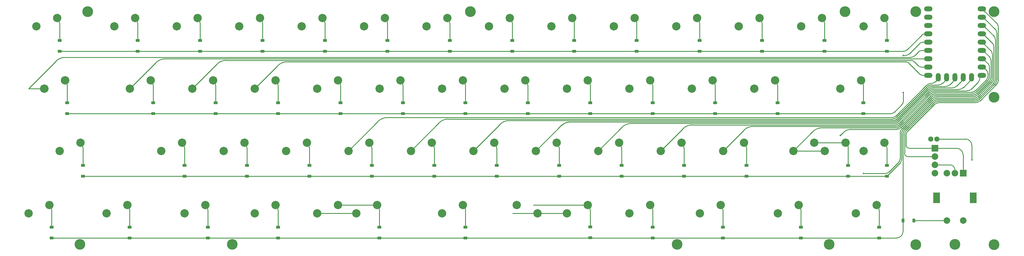
<source format=gbr>
%TF.GenerationSoftware,KiCad,Pcbnew,9.0.2*%
%TF.CreationDate,2025-07-09T23:02:58+05:30*%
%TF.ProjectId,comfort40pcb,636f6d66-6f72-4743-9430-7063622e6b69,rev?*%
%TF.SameCoordinates,Original*%
%TF.FileFunction,Copper,L2,Bot*%
%TF.FilePolarity,Positive*%
%FSLAX46Y46*%
G04 Gerber Fmt 4.6, Leading zero omitted, Abs format (unit mm)*
G04 Created by KiCad (PCBNEW 9.0.2) date 2025-07-09 23:02:58*
%MOMM*%
%LPD*%
G01*
G04 APERTURE LIST*
G04 Aperture macros list*
%AMRoundRect*
0 Rectangle with rounded corners*
0 $1 Rounding radius*
0 $2 $3 $4 $5 $6 $7 $8 $9 X,Y pos of 4 corners*
0 Add a 4 corners polygon primitive as box body*
4,1,4,$2,$3,$4,$5,$6,$7,$8,$9,$2,$3,0*
0 Add four circle primitives for the rounded corners*
1,1,$1+$1,$2,$3*
1,1,$1+$1,$4,$5*
1,1,$1+$1,$6,$7*
1,1,$1+$1,$8,$9*
0 Add four rect primitives between the rounded corners*
20,1,$1+$1,$2,$3,$4,$5,0*
20,1,$1+$1,$4,$5,$6,$7,0*
20,1,$1+$1,$6,$7,$8,$9,0*
20,1,$1+$1,$8,$9,$2,$3,0*%
G04 Aperture macros list end*
%TA.AperFunction,ComponentPad*%
%ADD10C,2.540000*%
%TD*%
%TA.AperFunction,ComponentPad*%
%ADD11C,3.250000*%
%TD*%
%TA.AperFunction,ComponentPad*%
%ADD12C,3.300000*%
%TD*%
%TA.AperFunction,ComponentPad*%
%ADD13O,2.600000X1.500000*%
%TD*%
%TA.AperFunction,ComponentPad*%
%ADD14O,1.500000X2.600000*%
%TD*%
%TA.AperFunction,ComponentPad*%
%ADD15R,2.000000X2.000000*%
%TD*%
%TA.AperFunction,ComponentPad*%
%ADD16C,2.000000*%
%TD*%
%TA.AperFunction,ComponentPad*%
%ADD17C,1.600000*%
%TD*%
%TA.AperFunction,ComponentPad*%
%ADD18R,2.000000X3.200000*%
%TD*%
%TA.AperFunction,SMDPad,CuDef*%
%ADD19RoundRect,0.225000X0.375000X-0.225000X0.375000X0.225000X-0.375000X0.225000X-0.375000X-0.225000X0*%
%TD*%
%TA.AperFunction,SMDPad,CuDef*%
%ADD20RoundRect,0.225000X-0.225000X-0.375000X0.225000X-0.375000X0.225000X0.375000X-0.225000X0.375000X0*%
%TD*%
%TA.AperFunction,ViaPad*%
%ADD21C,0.500000*%
%TD*%
%TA.AperFunction,Conductor*%
%ADD22C,0.250000*%
%TD*%
G04 APERTURE END LIST*
D10*
%TO.P,SW15,1,Col*%
%TO.N,Net-(D15-A)*%
X94350000Y-84296250D03*
%TO.P,SW15,2,Row*%
%TO.N,COL0*%
X88000000Y-86836250D03*
%TD*%
D11*
%TO.P,,*%
%TO.N,*%
X98896119Y-134476257D03*
%TD*%
D12*
%TO.P,,*%
%TO.N,*%
X377758619Y-89478093D03*
%TD*%
D10*
%TO.P,SW26,1,Col*%
%TO.N,Net-(D26-A)*%
X310991250Y-84296250D03*
%TO.P,SW26,2,Row*%
%TO.N,COL11*%
X304641250Y-86836250D03*
%TD*%
%TO.P,SW8,1,Col*%
%TO.N,Net-(D8-A)*%
X230028750Y-65246250D03*
%TO.P,SW8,2,Row*%
%TO.N,COL7*%
X223678750Y-67786250D03*
%TD*%
D13*
%TO.P,U1,1,1*%
%TO.N,ENC_CW*%
X373994150Y-62520000D03*
%TO.P,U1,2,2*%
%TO.N,ROW3*%
X373994150Y-65060000D03*
%TO.P,U1,3,3*%
%TO.N,ROW2*%
X373994150Y-67600000D03*
%TO.P,U1,4,4*%
%TO.N,COL13*%
X373994150Y-70140000D03*
%TO.P,U1,5,5*%
%TO.N,COL12*%
X373994150Y-72680000D03*
%TO.P,U1,6,6*%
%TO.N,COL11*%
X373994150Y-75220000D03*
%TO.P,U1,7,7*%
%TO.N,COL10*%
X373994150Y-77760000D03*
%TO.P,U1,8,8*%
%TO.N,COL9*%
X373994150Y-80300000D03*
%TO.P,U1,9,9*%
%TO.N,COL8*%
X373994150Y-82840000D03*
D14*
%TO.P,U1,10,10*%
%TO.N,COL7*%
X370904150Y-83390000D03*
%TO.P,U1,11,11*%
%TO.N,COL6*%
X368364150Y-83390000D03*
%TO.P,U1,12,12*%
%TO.N,COL5*%
X365824150Y-83390000D03*
%TO.P,U1,13,13*%
%TO.N,COL4*%
X363284150Y-83390000D03*
%TO.P,U1,14,14*%
%TO.N,COL3*%
X360744150Y-83390000D03*
D13*
%TO.P,U1,15,15*%
%TO.N,COL2*%
X357654150Y-82840000D03*
%TO.P,U1,16*%
%TO.N,N/C*%
X357654150Y-80300000D03*
%TO.P,U1,17*%
X357654150Y-77760000D03*
%TO.P,U1,18*%
X357654150Y-75220000D03*
%TO.P,U1,19*%
X357654150Y-72680000D03*
%TO.P,U1,20*%
X357654150Y-70140000D03*
%TO.P,U1,21*%
X357654150Y-67600000D03*
%TO.P,U1,22*%
X357654150Y-65060000D03*
%TO.P,U1,23*%
X357654150Y-62520000D03*
%TD*%
D10*
%TO.P,SW34,1,Col*%
%TO.N,Net-(D34-A)*%
X225266250Y-103346250D03*
%TO.P,SW34,2,Row*%
%TO.N,COL6*%
X218916250Y-105886250D03*
%TD*%
D12*
%TO.P,,*%
%TO.N,*%
X217958619Y-63326251D03*
%TD*%
D10*
%TO.P,SW37,1,Col*%
%TO.N,Net-(D37-A)*%
X282416250Y-103346250D03*
%TO.P,SW37,2,Row*%
%TO.N,COL9*%
X276066250Y-105886250D03*
%TD*%
%TO.P,SW54,1,Col*%
%TO.N,Net-(D46-A)*%
X232092500Y-122396250D03*
%TO.P,SW54,2,Row*%
%TO.N,COL8*%
X238442500Y-124936250D03*
%TD*%
%TO.P,SW20,1,Col*%
%TO.N,Net-(D20-A)*%
X196691250Y-84296250D03*
%TO.P,SW20,2,Row*%
%TO.N,COL5*%
X190341250Y-86836250D03*
%TD*%
%TO.P,SW6,1,Col*%
%TO.N,Net-(D6-A)*%
X191928750Y-65246250D03*
%TO.P,SW6,2,Row*%
%TO.N,COL5*%
X185578750Y-67786250D03*
%TD*%
%TO.P,SW12,1,Col*%
%TO.N,Net-(D12-A)*%
X306228750Y-65246250D03*
%TO.P,SW12,2,Row*%
%TO.N,COL11*%
X299878750Y-67786250D03*
%TD*%
%TO.P,SW36,1,Col*%
%TO.N,Net-(D36-A)*%
X263366250Y-103346250D03*
%TO.P,SW36,2,Row*%
%TO.N,COL8*%
X257016250Y-105886250D03*
%TD*%
D12*
%TO.P,,*%
%TO.N,*%
X353864619Y-63301251D03*
%TD*%
D10*
%TO.P,SW47,1,Col*%
%TO.N,Net-(D48-A)*%
X189547500Y-122396250D03*
%TO.P,SW47,2,Row*%
%TO.N,COL4*%
X183197500Y-124936250D03*
%TD*%
%TO.P,SW46,1,Col*%
%TO.N,Net-(D48-A)*%
X177641250Y-122396250D03*
%TO.P,SW46,2,Row*%
%TO.N,COL4*%
X171291250Y-124936250D03*
%TD*%
D15*
%TO.P,SW3,A*%
%TO.N,ENC_CCW*%
X359698250Y-105090000D03*
D16*
%TO.P,SW3,B*%
%TO.N,ENC_CW*%
X359698250Y-107630000D03*
%TO.P,SW3,C*%
%TO.N,GND*%
X359698250Y-110170000D03*
%TO.P,SW3,D*%
%TO.N,N/C*%
X359698250Y-112710000D03*
D17*
%TO.P,SW3,S1*%
%TO.N,Net-(D40-A)*%
X358473250Y-102250000D03*
%TO.P,SW3,S2*%
%TO.N,COL12*%
X360323250Y-102250000D03*
%TD*%
D10*
%TO.P,SW24,1,Col*%
%TO.N,Net-(D24-A)*%
X272891250Y-84296250D03*
%TO.P,SW24,2,Row*%
%TO.N,COL9*%
X266541250Y-86836250D03*
%TD*%
D12*
%TO.P,MP,*%
%TO.N,*%
X365824119Y-134476253D03*
%TD*%
D10*
%TO.P,SW27,1,Col*%
%TO.N,Net-(D27-A)*%
X337185000Y-84296250D03*
%TO.P,SW27,2,Row*%
%TO.N,COL12*%
X330835000Y-86836250D03*
%TD*%
%TO.P,SW7,1,Col*%
%TO.N,Net-(D7-A)*%
X210978750Y-65246250D03*
%TO.P,SW7,2,Row*%
%TO.N,COL6*%
X204628750Y-67786250D03*
%TD*%
%TO.P,SW9,1,Col*%
%TO.N,Net-(D9-A)*%
X249078750Y-65246250D03*
%TO.P,SW9,2,Row*%
%TO.N,COL8*%
X242728750Y-67786250D03*
%TD*%
%TO.P,SW39,1,Col*%
%TO.N,Net-(D39-A)*%
X322897500Y-103346250D03*
%TO.P,SW39,2,Row*%
%TO.N,COL11*%
X316547500Y-105886250D03*
%TD*%
%TO.P,SW32,1,Col*%
%TO.N,Net-(D32-A)*%
X187166250Y-103346250D03*
%TO.P,SW32,2,Row*%
%TO.N,COL4*%
X180816250Y-105886250D03*
%TD*%
%TO.P,SW30,1,Col*%
%TO.N,Net-(D30-A)*%
X149066250Y-103346250D03*
%TO.P,SW30,2,Row*%
%TO.N,COL2*%
X142716250Y-105886250D03*
%TD*%
D15*
%TO.P,SW55,A,A*%
%TO.N,ENC_CCW*%
X368324150Y-112710000D03*
D16*
%TO.P,SW55,B,B*%
%TO.N,ENC_CW*%
X363324150Y-112710000D03*
%TO.P,SW55,C,C*%
%TO.N,GND*%
X365824150Y-112710000D03*
D18*
%TO.P,SW55,MP*%
%TO.N,N/C*%
X371424150Y-120210000D03*
X360224150Y-120210000D03*
D16*
%TO.P,SW55,S1,S1*%
%TO.N,Net-(D40-A)*%
X363324150Y-127210000D03*
%TO.P,SW55,S2,S2*%
%TO.N,COL12*%
X368324150Y-127210000D03*
%TD*%
D10*
%TO.P,SW16,1,Col*%
%TO.N,Net-(D16-A)*%
X120491250Y-84296250D03*
%TO.P,SW16,2,Row*%
%TO.N,COL1*%
X114141250Y-86836250D03*
%TD*%
%TO.P,SW29,1,Col*%
%TO.N,Net-(D29-A)*%
X130016250Y-103346250D03*
%TO.P,SW29,2,Row*%
%TO.N,COL1*%
X123666250Y-105886250D03*
%TD*%
D11*
%TO.P,,*%
%TO.N,*%
X281062369Y-134476257D03*
%TD*%
D10*
%TO.P,SW23,1,Col*%
%TO.N,Net-(D23-A)*%
X253841250Y-84296250D03*
%TO.P,SW23,2,Row*%
%TO.N,COL8*%
X247491250Y-86836250D03*
%TD*%
D12*
%TO.P,,*%
%TO.N,*%
X101267974Y-63326251D03*
%TD*%
D10*
%TO.P,SW45,1,Col*%
%TO.N,Net-(D49-A)*%
X158591250Y-122396250D03*
%TO.P,SW45,2,Row*%
%TO.N,COL3*%
X152241250Y-124936250D03*
%TD*%
D12*
%TO.P,,*%
%TO.N,*%
X377783619Y-134501255D03*
%TD*%
%TO.P,,*%
%TO.N,*%
X377783619Y-63301251D03*
%TD*%
%TO.P,,*%
%TO.N,*%
X332258619Y-63326249D03*
%TD*%
D10*
%TO.P,SW14,1,Col*%
%TO.N,Net-(D14-A)*%
X344328750Y-65246250D03*
%TO.P,SW14,2,Row*%
%TO.N,COL13*%
X337978750Y-67786250D03*
%TD*%
%TO.P,SW22,1,Col*%
%TO.N,Net-(D22-A)*%
X234791250Y-84296250D03*
%TO.P,SW22,2,Row*%
%TO.N,COL7*%
X228441250Y-86836250D03*
%TD*%
%TO.P,SW52,1,Col*%
%TO.N,Net-(D43-A)*%
X318135000Y-122396250D03*
%TO.P,SW52,2,Row*%
%TO.N,COL11*%
X311785000Y-124936250D03*
%TD*%
%TO.P,SW18,1,Col*%
%TO.N,Net-(D18-A)*%
X158591250Y-84296250D03*
%TO.P,SW18,2,Row*%
%TO.N,COL3*%
X152241250Y-86836250D03*
%TD*%
%TO.P,SW17,1,Col*%
%TO.N,Net-(D17-A)*%
X139541250Y-84296250D03*
%TO.P,SW17,2,Row*%
%TO.N,COL2*%
X133191250Y-86836250D03*
%TD*%
D12*
%TO.P,,*%
%TO.N,*%
X353864619Y-134501253D03*
%TD*%
D10*
%TO.P,SW40,1,Col*%
%TO.N,Net-(D39-A)*%
X332422500Y-103346250D03*
%TO.P,SW40,2,Row*%
%TO.N,COL11*%
X326072500Y-105886250D03*
%TD*%
%TO.P,SW5,1,Col*%
%TO.N,Net-(D5-A)*%
X172878750Y-65246250D03*
%TO.P,SW5,2,Row*%
%TO.N,COL4*%
X166528750Y-67786250D03*
%TD*%
%TO.P,SW2,1,Col*%
%TO.N,Net-(D2-A)*%
X115728750Y-65246250D03*
%TO.P,SW2,2,Row*%
%TO.N,COL1*%
X109378750Y-67786250D03*
%TD*%
%TO.P,SW31,1,Col*%
%TO.N,Net-(D31-A)*%
X168116250Y-103346250D03*
%TO.P,SW31,2,Row*%
%TO.N,COL3*%
X161766250Y-105886250D03*
%TD*%
D11*
%TO.P,,*%
%TO.N,*%
X145329869Y-134476257D03*
%TD*%
D10*
%TO.P,SW19,1,Col*%
%TO.N,Net-(D19-A)*%
X177641250Y-84296250D03*
%TO.P,SW19,2,Row*%
%TO.N,COL4*%
X171291250Y-86836250D03*
%TD*%
%TO.P,SW49,1,Col*%
%TO.N,Net-(D46-A)*%
X253841250Y-122396250D03*
%TO.P,SW49,2,Row*%
%TO.N,COL8*%
X247491250Y-124936250D03*
%TD*%
%TO.P,SW50,1,Col*%
%TO.N,Net-(D45-A)*%
X272891250Y-122396250D03*
%TO.P,SW50,2,Row*%
%TO.N,COL9*%
X266541250Y-124936250D03*
%TD*%
%TO.P,SW28,1,Col*%
%TO.N,Net-(D28-A)*%
X99060000Y-103346250D03*
%TO.P,SW28,2,Row*%
%TO.N,COL0*%
X92710000Y-105886250D03*
%TD*%
%TO.P,SW51,1,Col*%
%TO.N,Net-(D44-A)*%
X294322500Y-122396250D03*
%TO.P,SW51,2,Row*%
%TO.N,COL10*%
X287972500Y-124936250D03*
%TD*%
%TO.P,SW48,1,Col*%
%TO.N,Net-(D47-A)*%
X215741250Y-122396250D03*
%TO.P,SW48,2,Row*%
%TO.N,COL6*%
X209391250Y-124936250D03*
%TD*%
%TO.P,SW10,1,Col*%
%TO.N,Net-(D10-A)*%
X268128750Y-65246250D03*
%TO.P,SW10,2,Row*%
%TO.N,COL9*%
X261778750Y-67786250D03*
%TD*%
%TO.P,SW3,1,Col*%
%TO.N,Net-(D3-A)*%
X134778750Y-65246250D03*
%TO.P,SW3,2,Row*%
%TO.N,COL2*%
X128428750Y-67786250D03*
%TD*%
%TO.P,SW44,1,Col*%
%TO.N,Net-(D50-A)*%
X137160000Y-122396250D03*
%TO.P,SW44,2,Row*%
%TO.N,COL2*%
X130810000Y-124936250D03*
%TD*%
%TO.P,SW42,1,Col*%
%TO.N,Net-(D52-A)*%
X89535000Y-122396250D03*
%TO.P,SW42,2,Row*%
%TO.N,COL0*%
X83185000Y-124936250D03*
%TD*%
%TO.P,SW11,1,Col*%
%TO.N,Net-(D11-A)*%
X287178750Y-65246250D03*
%TO.P,SW11,2,Row*%
%TO.N,COL10*%
X280828750Y-67786250D03*
%TD*%
%TO.P,SW13,1,Col*%
%TO.N,Net-(D13-A)*%
X325278750Y-65246250D03*
%TO.P,SW13,2,Row*%
%TO.N,COL12*%
X318928750Y-67786250D03*
%TD*%
%TO.P,SW1,1,Col*%
%TO.N,Net-(D1-A)*%
X91916250Y-65246250D03*
%TO.P,SW1,2,Row*%
%TO.N,COL0*%
X85566250Y-67786250D03*
%TD*%
%TO.P,SW55,1*%
%TO.N,Net-(D15-A)*%
X94297500Y-84296250D03*
%TO.P,SW55,2*%
%TO.N,COL0*%
X87947500Y-86836250D03*
%TD*%
%TO.P,SW41,1,Col*%
%TO.N,Net-(D41-A)*%
X344328750Y-103346250D03*
%TO.P,SW41,2,Row*%
%TO.N,COL13*%
X337978750Y-105886250D03*
%TD*%
%TO.P,SW21,1,Col*%
%TO.N,Net-(D21-A)*%
X215741250Y-84296250D03*
%TO.P,SW21,2,Row*%
%TO.N,COL6*%
X209391250Y-86836250D03*
%TD*%
%TO.P,SW25,1,Col*%
%TO.N,Net-(D25-A)*%
X291941250Y-84296250D03*
%TO.P,SW25,2,Row*%
%TO.N,COL10*%
X285591250Y-86836250D03*
%TD*%
%TO.P,SW4,1,Col*%
%TO.N,Net-(D4-A)*%
X153828750Y-65246250D03*
%TO.P,SW4,2,Row*%
%TO.N,COL3*%
X147478750Y-67786250D03*
%TD*%
%TO.P,SW43,1,Col*%
%TO.N,Net-(D51-A)*%
X113347500Y-122396250D03*
%TO.P,SW43,2,Row*%
%TO.N,COL1*%
X106997500Y-124936250D03*
%TD*%
%TO.P,SW33,1,Col*%
%TO.N,Net-(D33-A)*%
X206216250Y-103346250D03*
%TO.P,SW33,2,Row*%
%TO.N,COL5*%
X199866250Y-105886250D03*
%TD*%
D11*
%TO.P,,*%
%TO.N,*%
X327496119Y-134476257D03*
%TD*%
D10*
%TO.P,SW35,1,Col*%
%TO.N,Net-(D35-A)*%
X244316250Y-103346250D03*
%TO.P,SW35,2,Row*%
%TO.N,COL7*%
X237966250Y-105886250D03*
%TD*%
%TO.P,SW53,1,Col*%
%TO.N,Net-(D42-A)*%
X341947500Y-122396250D03*
%TO.P,SW53,2,Row*%
%TO.N,COL13*%
X335597500Y-124936250D03*
%TD*%
%TO.P,SW38,1,Col*%
%TO.N,Net-(D38-A)*%
X301466250Y-103346250D03*
%TO.P,SW38,2,Row*%
%TO.N,COL10*%
X295116250Y-105886250D03*
%TD*%
D19*
%TO.P,D30,1,K*%
%TO.N,ROW2*%
X149788750Y-113620000D03*
%TO.P,D30,2,A*%
%TO.N,Net-(D30-A)*%
X149788750Y-110320000D03*
%TD*%
%TO.P,D25,1,K*%
%TO.N,ROW1*%
X292656250Y-94500000D03*
%TO.P,D25,2,A*%
%TO.N,Net-(D25-A)*%
X292656250Y-91200000D03*
%TD*%
%TO.P,D42,1,K*%
%TO.N,ROW3*%
X342700000Y-132510000D03*
%TO.P,D42,2,A*%
%TO.N,Net-(D42-A)*%
X342700000Y-129210000D03*
%TD*%
%TO.P,D24,1,K*%
%TO.N,ROW1*%
X273606250Y-94500000D03*
%TO.P,D24,2,A*%
%TO.N,Net-(D24-A)*%
X273606250Y-91200000D03*
%TD*%
%TO.P,D5,1,K*%
%TO.N,ROW0*%
X173618750Y-75460000D03*
%TO.P,D5,2,A*%
%TO.N,Net-(D5-A)*%
X173618750Y-72160000D03*
%TD*%
%TO.P,D48,1,K*%
%TO.N,ROW3*%
X190250000Y-132510000D03*
%TO.P,D48,2,A*%
%TO.N,Net-(D48-A)*%
X190250000Y-129210000D03*
%TD*%
%TO.P,D16,1,K*%
%TO.N,ROW1*%
X121206250Y-94500000D03*
%TO.P,D16,2,A*%
%TO.N,Net-(D16-A)*%
X121206250Y-91200000D03*
%TD*%
%TO.P,D51,1,K*%
%TO.N,ROW3*%
X114056250Y-132510000D03*
%TO.P,D51,2,A*%
%TO.N,Net-(D51-A)*%
X114056250Y-129210000D03*
%TD*%
%TO.P,D18,1,K*%
%TO.N,ROW1*%
X159306250Y-94500000D03*
%TO.P,D18,2,A*%
%TO.N,Net-(D18-A)*%
X159306250Y-91200000D03*
%TD*%
%TO.P,D11,1,K*%
%TO.N,ROW0*%
X287918750Y-75460000D03*
%TO.P,D11,2,A*%
%TO.N,Net-(D11-A)*%
X287918750Y-72160000D03*
%TD*%
%TO.P,D13,1,K*%
%TO.N,ROW0*%
X326018750Y-75460000D03*
%TO.P,D13,2,A*%
%TO.N,Net-(D13-A)*%
X326018750Y-72160000D03*
%TD*%
%TO.P,D37,1,K*%
%TO.N,ROW2*%
X283138750Y-113620000D03*
%TO.P,D37,2,A*%
%TO.N,Net-(D37-A)*%
X283138750Y-110320000D03*
%TD*%
%TO.P,D43,1,K*%
%TO.N,ROW3*%
X318828750Y-132510000D03*
%TO.P,D43,2,A*%
%TO.N,Net-(D43-A)*%
X318828750Y-129210000D03*
%TD*%
%TO.P,D17,1,K*%
%TO.N,ROW1*%
X140256250Y-94500000D03*
%TO.P,D17,2,A*%
%TO.N,Net-(D17-A)*%
X140256250Y-91200000D03*
%TD*%
%TO.P,D23,1,K*%
%TO.N,ROW1*%
X254556250Y-94500000D03*
%TO.P,D23,2,A*%
%TO.N,Net-(D23-A)*%
X254556250Y-91200000D03*
%TD*%
%TO.P,D47,1,K*%
%TO.N,ROW3*%
X216500000Y-132510000D03*
%TO.P,D47,2,A*%
%TO.N,Net-(D47-A)*%
X216500000Y-129210000D03*
%TD*%
%TO.P,D8,1,K*%
%TO.N,ROW0*%
X230768750Y-75460000D03*
%TO.P,D8,2,A*%
%TO.N,Net-(D8-A)*%
X230768750Y-72160000D03*
%TD*%
%TO.P,D4,1,K*%
%TO.N,ROW0*%
X154568750Y-75460000D03*
%TO.P,D4,2,A*%
%TO.N,Net-(D4-A)*%
X154568750Y-72160000D03*
%TD*%
%TO.P,D20,1,K*%
%TO.N,ROW1*%
X197406250Y-94500000D03*
%TO.P,D20,2,A*%
%TO.N,Net-(D20-A)*%
X197406250Y-91200000D03*
%TD*%
%TO.P,D7,1,K*%
%TO.N,ROW0*%
X211718750Y-75460000D03*
%TO.P,D7,2,A*%
%TO.N,Net-(D7-A)*%
X211718750Y-72160000D03*
%TD*%
%TO.P,D35,1,K*%
%TO.N,ROW2*%
X245038750Y-113620000D03*
%TO.P,D35,2,A*%
%TO.N,Net-(D35-A)*%
X245038750Y-110320000D03*
%TD*%
D20*
%TO.P,D40,1,K*%
%TO.N,ROW3*%
X350000000Y-127210000D03*
%TO.P,D40,2,A*%
%TO.N,Net-(D40-A)*%
X353300000Y-127210000D03*
%TD*%
D19*
%TO.P,D33,1,K*%
%TO.N,ROW2*%
X206938750Y-113620000D03*
%TO.P,D33,2,A*%
%TO.N,Net-(D33-A)*%
X206938750Y-110320000D03*
%TD*%
%TO.P,D45,1,K*%
%TO.N,ROW3*%
X273646250Y-132510000D03*
%TO.P,D45,2,A*%
%TO.N,Net-(D45-A)*%
X273646250Y-129210000D03*
%TD*%
%TO.P,D32,1,K*%
%TO.N,ROW2*%
X187888750Y-113620000D03*
%TO.P,D32,2,A*%
%TO.N,Net-(D32-A)*%
X187888750Y-110320000D03*
%TD*%
%TO.P,D50,1,K*%
%TO.N,ROW3*%
X137888750Y-132510000D03*
%TO.P,D50,2,A*%
%TO.N,Net-(D50-A)*%
X137888750Y-129210000D03*
%TD*%
%TO.P,D36,1,K*%
%TO.N,ROW2*%
X264088750Y-113620000D03*
%TO.P,D36,2,A*%
%TO.N,Net-(D36-A)*%
X264088750Y-110320000D03*
%TD*%
%TO.P,D1,1,K*%
%TO.N,ROW0*%
X92650000Y-75460000D03*
%TO.P,D1,2,A*%
%TO.N,Net-(D1-A)*%
X92650000Y-72160000D03*
%TD*%
%TO.P,D39,1,K*%
%TO.N,ROW2*%
X333220000Y-113620000D03*
%TO.P,D39,2,A*%
%TO.N,Net-(D39-A)*%
X333220000Y-110320000D03*
%TD*%
%TO.P,D41,1,K*%
%TO.N,ROW2*%
X345050000Y-113620000D03*
%TO.P,D41,2,A*%
%TO.N,Net-(D41-A)*%
X345050000Y-110320000D03*
%TD*%
%TO.P,D46,1,K*%
%TO.N,ROW3*%
X254538750Y-132435000D03*
%TO.P,D46,2,A*%
%TO.N,Net-(D46-A)*%
X254538750Y-129135000D03*
%TD*%
%TO.P,D22,1,K*%
%TO.N,ROW1*%
X235506250Y-94500000D03*
%TO.P,D22,2,A*%
%TO.N,Net-(D22-A)*%
X235506250Y-91200000D03*
%TD*%
%TO.P,D28,1,K*%
%TO.N,ROW2*%
X99766250Y-113620000D03*
%TO.P,D28,2,A*%
%TO.N,Net-(D28-A)*%
X99766250Y-110320000D03*
%TD*%
%TO.P,D12,1,K*%
%TO.N,ROW0*%
X306968750Y-75460000D03*
%TO.P,D12,2,A*%
%TO.N,Net-(D12-A)*%
X306968750Y-72160000D03*
%TD*%
%TO.P,D27,1,K*%
%TO.N,ROW1*%
X337900000Y-94500000D03*
%TO.P,D27,2,A*%
%TO.N,Net-(D27-A)*%
X337900000Y-91200000D03*
%TD*%
%TO.P,D15,1,K*%
%TO.N,ROW1*%
X95000000Y-94500000D03*
%TO.P,D15,2,A*%
%TO.N,Net-(D15-A)*%
X95000000Y-91200000D03*
%TD*%
%TO.P,D52,1,K*%
%TO.N,ROW3*%
X90260000Y-132510000D03*
%TO.P,D52,2,A*%
%TO.N,Net-(D52-A)*%
X90260000Y-129210000D03*
%TD*%
%TO.P,D2,1,K*%
%TO.N,ROW0*%
X116468750Y-75460000D03*
%TO.P,D2,2,A*%
%TO.N,Net-(D2-A)*%
X116468750Y-72160000D03*
%TD*%
%TO.P,D38,1,K*%
%TO.N,ROW2*%
X302188750Y-113620000D03*
%TO.P,D38,2,A*%
%TO.N,Net-(D38-A)*%
X302188750Y-110320000D03*
%TD*%
%TO.P,D34,1,K*%
%TO.N,ROW2*%
X225988750Y-113620000D03*
%TO.P,D34,2,A*%
%TO.N,Net-(D34-A)*%
X225988750Y-110320000D03*
%TD*%
%TO.P,D26,1,K*%
%TO.N,ROW1*%
X311706250Y-94500000D03*
%TO.P,D26,2,A*%
%TO.N,Net-(D26-A)*%
X311706250Y-91200000D03*
%TD*%
%TO.P,D6,1,K*%
%TO.N,ROW0*%
X192668750Y-75460000D03*
%TO.P,D6,2,A*%
%TO.N,Net-(D6-A)*%
X192668750Y-72160000D03*
%TD*%
%TO.P,D19,1,K*%
%TO.N,ROW1*%
X178356250Y-94500000D03*
%TO.P,D19,2,A*%
%TO.N,Net-(D19-A)*%
X178356250Y-91200000D03*
%TD*%
%TO.P,D21,1,K*%
%TO.N,ROW1*%
X216456250Y-94500000D03*
%TO.P,D21,2,A*%
%TO.N,Net-(D21-A)*%
X216456250Y-91200000D03*
%TD*%
%TO.P,D9,1,K*%
%TO.N,ROW0*%
X249658750Y-75460000D03*
%TO.P,D9,2,A*%
%TO.N,Net-(D9-A)*%
X249658750Y-72160000D03*
%TD*%
%TO.P,D3,1,K*%
%TO.N,ROW0*%
X135518750Y-75460000D03*
%TO.P,D3,2,A*%
%TO.N,Net-(D3-A)*%
X135518750Y-72160000D03*
%TD*%
%TO.P,D49,1,K*%
%TO.N,ROW3*%
X159316250Y-132510000D03*
%TO.P,D49,2,A*%
%TO.N,Net-(D49-A)*%
X159316250Y-129210000D03*
%TD*%
%TO.P,D10,1,K*%
%TO.N,ROW0*%
X268706250Y-75460000D03*
%TO.P,D10,2,A*%
%TO.N,Net-(D10-A)*%
X268706250Y-72160000D03*
%TD*%
%TO.P,D31,1,K*%
%TO.N,ROW2*%
X168838750Y-113620000D03*
%TO.P,D31,2,A*%
%TO.N,Net-(D31-A)*%
X168838750Y-110320000D03*
%TD*%
%TO.P,D44,1,K*%
%TO.N,ROW3*%
X295008750Y-132510000D03*
%TO.P,D44,2,A*%
%TO.N,Net-(D44-A)*%
X295008750Y-129210000D03*
%TD*%
%TO.P,D29,1,K*%
%TO.N,ROW2*%
X130738750Y-113620000D03*
%TO.P,D29,2,A*%
%TO.N,Net-(D29-A)*%
X130738750Y-110320000D03*
%TD*%
%TO.P,D14,1,K*%
%TO.N,ROW0*%
X345050000Y-75450000D03*
%TO.P,D14,2,A*%
%TO.N,Net-(D14-A)*%
X345050000Y-72150000D03*
%TD*%
D21*
%TO.N,ROW1*%
X350100000Y-76735500D03*
X350100000Y-88100000D03*
%TO.N,COL13*%
X337978750Y-112800000D03*
%TO.N,COL12*%
X371000000Y-108600000D03*
X330835000Y-101200000D03*
%TD*%
D22*
%TO.N,ROW0*%
X345050000Y-75450000D02*
X92660000Y-75450000D01*
X356375913Y-70141937D02*
X358569813Y-70141937D01*
X351189340Y-75010660D02*
X355620660Y-70579340D01*
X345050000Y-75450000D02*
X350128680Y-75450000D01*
X355620660Y-70579340D02*
G75*
G02*
X356681320Y-70140014I1060640J-1060660D01*
G01*
X350128680Y-75450000D02*
G75*
G03*
X351189350Y-75010670I20J1500000D01*
G01*
%TO.N,Net-(D1-A)*%
X92650000Y-72160000D02*
X92650000Y-66808427D01*
X92064213Y-65394213D02*
G75*
G02*
X92649981Y-66808427I-1414213J-1414187D01*
G01*
%TO.N,Net-(D2-A)*%
X116468750Y-72160000D02*
X116468750Y-66814677D01*
X116468750Y-66814677D02*
G75*
G03*
X115882941Y-65400485I-1999950J-23D01*
G01*
%TO.N,Net-(D3-A)*%
X135518750Y-72160000D02*
X135518750Y-66814677D01*
X134932963Y-65400463D02*
G75*
G02*
X135518781Y-66814677I-1414163J-1414237D01*
G01*
%TO.N,Net-(D4-A)*%
X154568750Y-72160000D02*
X154568750Y-66814677D01*
X154568750Y-66814677D02*
G75*
G03*
X153982941Y-65400485I-1999950J-23D01*
G01*
%TO.N,Net-(D5-A)*%
X173618750Y-72160000D02*
X173618750Y-66814677D01*
X173618750Y-66814677D02*
G75*
G03*
X173032941Y-65400485I-1999950J-23D01*
G01*
%TO.N,Net-(D6-A)*%
X192668750Y-72160000D02*
X192668750Y-66814677D01*
X192668750Y-66814677D02*
G75*
G03*
X192082941Y-65400485I-1999950J-23D01*
G01*
%TO.N,Net-(D7-A)*%
X211718750Y-72160000D02*
X211718750Y-66814677D01*
X211132963Y-65400463D02*
G75*
G02*
X211718781Y-66814677I-1414163J-1414237D01*
G01*
%TO.N,Net-(D8-A)*%
X230768750Y-72160000D02*
X230768750Y-66814677D01*
X230182963Y-65400463D02*
G75*
G02*
X230768781Y-66814677I-1414163J-1414237D01*
G01*
%TO.N,Net-(D9-A)*%
X249658750Y-72160000D02*
X249658750Y-66240464D01*
X249365857Y-65533357D02*
G75*
G02*
X249658790Y-66240464I-707057J-707143D01*
G01*
%TO.N,Net-(D10-A)*%
X268706250Y-72160000D02*
X268706250Y-66237964D01*
X268413357Y-65530857D02*
G75*
G02*
X268706290Y-66237964I-707057J-707143D01*
G01*
%TO.N,Net-(D11-A)*%
X287918750Y-72160000D02*
X287918750Y-66814677D01*
X287332963Y-65400463D02*
G75*
G02*
X287918781Y-66814677I-1414163J-1414237D01*
G01*
%TO.N,Net-(D12-A)*%
X306968750Y-72160000D02*
X306968750Y-66814677D01*
X306382963Y-65400463D02*
G75*
G02*
X306968781Y-66814677I-1414163J-1414237D01*
G01*
%TO.N,Net-(D13-A)*%
X326018750Y-72160000D02*
X326018750Y-66814677D01*
X325432963Y-65400463D02*
G75*
G02*
X326018781Y-66814677I-1414163J-1414237D01*
G01*
%TO.N,Net-(D14-A)*%
X345050000Y-72150000D02*
X345050000Y-66795927D01*
X345050000Y-66795927D02*
G75*
G03*
X344464227Y-65381699I-2000000J27D01*
G01*
%TO.N,ROW1*%
X95000000Y-94500000D02*
X337900000Y-94500000D01*
X350100000Y-88100000D02*
X350100000Y-90678680D01*
X351803840Y-76296160D02*
X354980660Y-73119340D01*
X346278680Y-94500000D02*
X337900000Y-94500000D01*
X356041320Y-72680000D02*
X358204150Y-72680000D01*
X349660660Y-91739340D02*
X347339340Y-94060660D01*
X350100000Y-76735500D02*
X350743180Y-76735500D01*
X351803840Y-76296160D02*
G75*
G02*
X350743180Y-76735486I-1060640J1060660D01*
G01*
X350100000Y-90678680D02*
G75*
G02*
X349660670Y-91739350I-1500000J-20D01*
G01*
X346278680Y-94500000D02*
G75*
G03*
X347339350Y-94060670I20J1500000D01*
G01*
X354980660Y-73119340D02*
G75*
G02*
X356041320Y-72680014I1060640J-1060660D01*
G01*
%TO.N,Net-(D15-A)*%
X95000000Y-91200000D02*
X95000000Y-85827177D01*
X95000000Y-85827177D02*
G75*
G03*
X94414202Y-84412974I-2000000J-23D01*
G01*
%TO.N,Net-(D16-A)*%
X121206250Y-91200000D02*
X121206250Y-85839677D01*
X120620463Y-84425463D02*
G75*
G02*
X121206281Y-85839677I-1414163J-1414237D01*
G01*
%TO.N,Net-(D17-A)*%
X140256250Y-91200000D02*
X140256250Y-85839677D01*
X139670463Y-84425463D02*
G75*
G02*
X140256281Y-85839677I-1414163J-1414237D01*
G01*
%TO.N,Net-(D18-A)*%
X159306250Y-91200000D02*
X159306250Y-85839677D01*
X158720463Y-84425463D02*
G75*
G02*
X159306281Y-85839677I-1414163J-1414237D01*
G01*
%TO.N,Net-(D19-A)*%
X178356250Y-91200000D02*
X178356250Y-85839677D01*
X177770463Y-84425463D02*
G75*
G02*
X178356281Y-85839677I-1414163J-1414237D01*
G01*
%TO.N,Net-(D20-A)*%
X197406250Y-91200000D02*
X197406250Y-85839677D01*
X197406250Y-85839677D02*
G75*
G03*
X196820441Y-84425485I-1999950J-23D01*
G01*
%TO.N,Net-(D21-A)*%
X216456250Y-91200000D02*
X216456250Y-85839677D01*
X215870463Y-84425463D02*
G75*
G02*
X216456281Y-85839677I-1414163J-1414237D01*
G01*
%TO.N,Net-(D22-A)*%
X235506250Y-91200000D02*
X235506250Y-85839677D01*
X235506250Y-85839677D02*
G75*
G03*
X234920441Y-84425485I-1999950J-23D01*
G01*
%TO.N,Net-(D23-A)*%
X254556250Y-91200000D02*
X254556250Y-85839677D01*
X254556250Y-85839677D02*
G75*
G03*
X253970441Y-84425485I-1999950J-23D01*
G01*
%TO.N,Net-(D24-A)*%
X273606250Y-91200000D02*
X273606250Y-85839677D01*
X273606250Y-85839677D02*
G75*
G03*
X273020441Y-84425485I-1999950J-23D01*
G01*
%TO.N,Net-(D25-A)*%
X292656250Y-91200000D02*
X292656250Y-85839677D01*
X292070463Y-84425463D02*
G75*
G02*
X292656281Y-85839677I-1414163J-1414237D01*
G01*
%TO.N,Net-(D26-A)*%
X311706250Y-91200000D02*
X311706250Y-85839677D01*
X311706250Y-85839677D02*
G75*
G03*
X311120441Y-84425485I-1999950J-23D01*
G01*
%TO.N,Net-(D27-A)*%
X337900000Y-91200000D02*
X337900000Y-85839677D01*
X337900000Y-85839677D02*
G75*
G03*
X337314202Y-84425474I-2000000J-23D01*
G01*
%TO.N,ROW2*%
X349550000Y-108498680D02*
X349550000Y-100642387D01*
X377700000Y-83824264D02*
X377700000Y-74021320D01*
X345050000Y-113620000D02*
X349110660Y-109559340D01*
X377260660Y-72960660D02*
X374879340Y-70579340D01*
X99766250Y-113620000D02*
X130738750Y-113620000D01*
X149788750Y-113620000D02*
X130738750Y-113620000D01*
X360392387Y-89800000D02*
X371517157Y-89800000D01*
X345050000Y-113620000D02*
X149788750Y-113620000D01*
X372931371Y-89214213D02*
X377260660Y-84884924D01*
X350135787Y-99228173D02*
X358978174Y-90385786D01*
X377700000Y-74021320D02*
G75*
G03*
X377260670Y-72960650I-1500000J20D01*
G01*
X349110660Y-109559340D02*
G75*
G03*
X349549986Y-108498680I-1060660J1060640D01*
G01*
X360392387Y-89800000D02*
G75*
G03*
X358978180Y-90385792I13J-2000000D01*
G01*
X377260660Y-84884924D02*
G75*
G03*
X377699974Y-83824264I-1060660J1060624D01*
G01*
X349550000Y-100642387D02*
G75*
G02*
X350135793Y-99228179I2000000J-13D01*
G01*
X372931371Y-89214213D02*
G75*
G02*
X371517157Y-89799970I-1414171J1414213D01*
G01*
%TO.N,Net-(D28-A)*%
X99766250Y-110320000D02*
X99766250Y-104880927D01*
X99766250Y-104880927D02*
G75*
G03*
X99180466Y-103466710I-1999950J27D01*
G01*
%TO.N,Net-(D29-A)*%
X130738750Y-110320000D02*
X130738750Y-104897177D01*
X130152963Y-103482963D02*
G75*
G02*
X130738781Y-104897177I-1414163J-1414237D01*
G01*
%TO.N,Net-(D30-A)*%
X149788750Y-110320000D02*
X149788750Y-104897177D01*
X149788750Y-104897177D02*
G75*
G03*
X149202941Y-103482985I-1999950J-23D01*
G01*
%TO.N,Net-(D31-A)*%
X168838750Y-110320000D02*
X168838750Y-104897177D01*
X168838750Y-104897177D02*
G75*
G03*
X168252941Y-103482985I-1999950J-23D01*
G01*
%TO.N,Net-(D32-A)*%
X187888750Y-110320000D02*
X187888750Y-104897177D01*
X187888750Y-104897177D02*
G75*
G03*
X187302941Y-103482985I-1999950J-23D01*
G01*
%TO.N,Net-(D33-A)*%
X206938750Y-110320000D02*
X206938750Y-104897177D01*
X206352963Y-103482963D02*
G75*
G02*
X206938781Y-104897177I-1414163J-1414237D01*
G01*
%TO.N,Net-(D34-A)*%
X225988750Y-110320000D02*
X225988750Y-104897177D01*
X225402963Y-103482963D02*
G75*
G02*
X225988781Y-104897177I-1414163J-1414237D01*
G01*
%TO.N,Net-(D35-A)*%
X245038750Y-110320000D02*
X245038750Y-104897177D01*
X244452963Y-103482963D02*
G75*
G02*
X245038781Y-104897177I-1414163J-1414237D01*
G01*
%TO.N,Net-(D36-A)*%
X264088750Y-110320000D02*
X264088750Y-104897177D01*
X263502963Y-103482963D02*
G75*
G02*
X264088781Y-104897177I-1414163J-1414237D01*
G01*
%TO.N,Net-(D37-A)*%
X283138750Y-110320000D02*
X283138750Y-104897177D01*
X283138750Y-104897177D02*
G75*
G03*
X282552941Y-103482985I-1999950J-23D01*
G01*
%TO.N,Net-(D38-A)*%
X302188750Y-110320000D02*
X302188750Y-104897177D01*
X302188750Y-104897177D02*
G75*
G03*
X301602941Y-103482985I-1999950J-23D01*
G01*
%TO.N,Net-(D39-A)*%
X333220000Y-110320000D02*
X333220000Y-104557964D01*
X322897500Y-103346250D02*
X332422500Y-103346250D01*
X332927107Y-103850857D02*
G75*
G02*
X333220026Y-104557964I-707107J-707143D01*
G01*
%TO.N,Net-(D41-A)*%
X345050000Y-110240000D02*
X345050000Y-104895927D01*
X344464213Y-103481713D02*
G75*
G02*
X345049981Y-104895927I-1414213J-1414187D01*
G01*
%TO.N,ROW3*%
X378150000Y-71871320D02*
X378150000Y-84010660D01*
X359164570Y-90835786D02*
X350585787Y-99414569D01*
X342700000Y-132510000D02*
X216500000Y-132510000D01*
X216500000Y-132510000D02*
X90260000Y-132510000D01*
X348000000Y-132510000D02*
X342700000Y-132510000D01*
X350000000Y-127300000D02*
X350000000Y-130510000D01*
X350000000Y-100828783D02*
X350000000Y-127300000D01*
X377710660Y-85071320D02*
X373117767Y-89664213D01*
X374939340Y-68039340D02*
X377710660Y-70810660D01*
X371703553Y-90250000D02*
X360578783Y-90250000D01*
X350585787Y-99414569D02*
G75*
G03*
X349999988Y-100828783I1414213J-1414231D01*
G01*
X360578783Y-90250000D02*
G75*
G03*
X359164578Y-90835794I17J-2000000D01*
G01*
X378150000Y-84010660D02*
G75*
G02*
X377710680Y-85071340I-1500000J-40D01*
G01*
X373117767Y-89664213D02*
G75*
G02*
X371703553Y-90249967I-1414167J1414213D01*
G01*
X350000000Y-130510000D02*
G75*
G02*
X348000000Y-132510000I-2000000J0D01*
G01*
X377710660Y-70810660D02*
G75*
G02*
X378149986Y-71871320I-1060660J-1060640D01*
G01*
%TO.N,Net-(D42-A)*%
X342700000Y-129210000D02*
X342700000Y-123977177D01*
X342700000Y-123977177D02*
G75*
G03*
X342114202Y-122562974I-2000000J-23D01*
G01*
%TO.N,Net-(D43-A)*%
X318828750Y-129210000D02*
X318828750Y-123918427D01*
X318828750Y-123918427D02*
G75*
G03*
X318242966Y-122504210I-1999950J27D01*
G01*
%TO.N,Net-(D44-A)*%
X295008750Y-129210000D02*
X295008750Y-123910927D01*
X294422963Y-122496713D02*
G75*
G02*
X295008745Y-123910927I-1414163J-1414187D01*
G01*
%TO.N,Net-(D45-A)*%
X273646250Y-129210000D02*
X273646250Y-123979677D01*
X273060463Y-122565463D02*
G75*
G02*
X273646281Y-123979677I-1414163J-1414237D01*
G01*
%TO.N,Net-(D46-A)*%
X253841250Y-122396250D02*
X237172500Y-122396250D01*
X254538750Y-129135000D02*
X254538750Y-123922177D01*
X253952963Y-122507963D02*
G75*
G02*
X254538781Y-123922177I-1414163J-1414237D01*
G01*
%TO.N,Net-(D47-A)*%
X216500000Y-129210000D02*
X216500000Y-123983427D01*
X216500000Y-123983427D02*
G75*
G03*
X215914227Y-122569199I-2000000J27D01*
G01*
%TO.N,Net-(D48-A)*%
X189547500Y-122396250D02*
X177641250Y-122396250D01*
X190250000Y-129210000D02*
X190250000Y-123927177D01*
X190250000Y-123927177D02*
G75*
G03*
X189664202Y-122512974I-2000000J-23D01*
G01*
%TO.N,Net-(D49-A)*%
X159316250Y-129210000D02*
X159316250Y-123949677D01*
X158730463Y-122535463D02*
G75*
G02*
X159316281Y-123949677I-1414163J-1414237D01*
G01*
%TO.N,Net-(D50-A)*%
X137888750Y-129210000D02*
X137888750Y-123953427D01*
X137888750Y-123953427D02*
G75*
G03*
X137302966Y-122539210I-1999950J27D01*
G01*
%TO.N,Net-(D51-A)*%
X114056250Y-129210000D02*
X114056250Y-123933427D01*
X114056250Y-123933427D02*
G75*
G03*
X113470466Y-122519210I-1999950J27D01*
G01*
%TO.N,Net-(D52-A)*%
X90260000Y-129210000D02*
X90260000Y-123949677D01*
X90260000Y-123949677D02*
G75*
G03*
X89674202Y-122535474I-2000000J-23D01*
G01*
%TO.N,Net-(D40-A)*%
X353300000Y-127210000D02*
X363324150Y-127210000D01*
%TO.N,ENC_CCW*%
X366324150Y-105090000D02*
X360248250Y-105090000D01*
X351485787Y-99787361D02*
X359537362Y-91735786D01*
X360951575Y-91150000D02*
X372076345Y-91150000D01*
X373490559Y-90564213D02*
X378610660Y-85444112D01*
X379050000Y-84383452D02*
X379050000Y-67996320D01*
X350900000Y-104090000D02*
X350900000Y-101201575D01*
X368324150Y-112710000D02*
X368324150Y-107090000D01*
X360248250Y-105090000D02*
X351900000Y-105090000D01*
X378610660Y-66935660D02*
X374634340Y-62959340D01*
X350900000Y-101201575D02*
G75*
G02*
X351485799Y-99787373I2000000J-25D01*
G01*
X351900000Y-105090000D02*
G75*
G02*
X350900000Y-104090000I0J1000000D01*
G01*
X372076345Y-91150000D02*
G75*
G03*
X373490537Y-90564191I-45J2000000D01*
G01*
X360951575Y-91150000D02*
G75*
G03*
X359537374Y-91735798I25J-2000000D01*
G01*
X379050000Y-67996320D02*
G75*
G03*
X378610670Y-66935650I-1500000J20D01*
G01*
X366324150Y-105090000D02*
G75*
G02*
X368324200Y-107090000I50J-2000000D01*
G01*
X378610660Y-85444112D02*
G75*
G03*
X379049966Y-84383452I-1060660J1060612D01*
G01*
%TO.N,ENC_CW*%
X378160660Y-68760660D02*
X374899340Y-65499340D01*
X373304163Y-90114213D02*
X378160660Y-85257716D01*
X360765179Y-90700000D02*
X371889949Y-90700000D01*
X350450000Y-106630000D02*
X350450000Y-101015179D01*
X360248250Y-107630000D02*
X351450000Y-107630000D01*
X351035787Y-99600965D02*
X359350966Y-91285786D01*
X378600000Y-84197056D02*
X378600000Y-69821320D01*
X351450000Y-107630000D02*
G75*
G02*
X350450000Y-106630000I0J1000000D01*
G01*
X360765179Y-90700000D02*
G75*
G03*
X359350976Y-91285796I21J-2000000D01*
G01*
X378600000Y-69821320D02*
G75*
G03*
X378160670Y-68760650I-1500000J20D01*
G01*
X378160660Y-85257716D02*
G75*
G03*
X378599969Y-84197056I-1060660J1060616D01*
G01*
X350450000Y-101015179D02*
G75*
G02*
X351035797Y-99600975I2000000J-21D01*
G01*
X371889949Y-90700000D02*
G75*
G03*
X373304139Y-90114189I-49J2000000D01*
G01*
%TO.N,GND*%
X360248250Y-110170000D02*
X364324150Y-110170000D01*
X365824150Y-111670000D02*
X365824150Y-112710000D01*
X364324150Y-110170000D02*
G75*
G02*
X365824100Y-111670000I-50J-1500000D01*
G01*
%TO.N,COL0*%
X354638723Y-75661277D02*
X353429340Y-76870660D01*
X352368680Y-77310000D02*
X94368104Y-77310000D01*
X358571750Y-75220000D02*
X356197850Y-75220000D01*
X356197850Y-75220000D02*
X356195913Y-75221937D01*
X356195913Y-75221937D02*
X355699383Y-75221937D01*
X91539677Y-78481573D02*
X83185000Y-86836250D01*
X83185000Y-86836250D02*
X87947500Y-86836250D01*
X94368104Y-77310000D02*
G75*
G03*
X91539675Y-78481571I-4J-4000000D01*
G01*
X355699383Y-75221937D02*
G75*
G03*
X354638739Y-75661293I17J-1499963D01*
G01*
X353429340Y-76870660D02*
G75*
G02*
X352368680Y-77310027I-1060740J1060760D01*
G01*
%TO.N,COL1*%
X122045927Y-78931573D02*
X114141250Y-86836250D01*
X358571750Y-77760000D02*
X124874354Y-77760000D01*
X122045927Y-78931573D02*
G75*
G02*
X124874354Y-77759968I2828473J-2828427D01*
G01*
%TO.N,COL2*%
X352388680Y-78210000D02*
X143474354Y-78210000D01*
X140645927Y-79381573D02*
X133191250Y-86836250D01*
X358569813Y-80298063D02*
X355719383Y-80298063D01*
X354658723Y-79858723D02*
X353449340Y-78649340D01*
X140645927Y-79381573D02*
G75*
G02*
X143474354Y-78209968I2828473J-2828427D01*
G01*
X355719383Y-80298063D02*
G75*
G02*
X354658739Y-79858707I17J1499963D01*
G01*
X353449340Y-78649340D02*
G75*
G03*
X352388680Y-78210014I-1060640J-1060660D01*
G01*
%TO.N,COL3*%
X355098723Y-82398723D02*
X351799340Y-79099340D01*
X350738680Y-78660000D02*
X162074354Y-78660000D01*
X159245927Y-79831573D02*
X152241250Y-86836250D01*
X358569813Y-82838063D02*
X356159383Y-82838063D01*
X162074354Y-78660000D02*
G75*
G03*
X159245950Y-79831596I46J-4000000D01*
G01*
X351799340Y-79099340D02*
G75*
G03*
X350738680Y-78660014I-1060640J-1060660D01*
G01*
X356159383Y-82838063D02*
G75*
G02*
X355098739Y-82398707I17J1499963D01*
G01*
%TO.N,COL4*%
X189830927Y-96871573D02*
X180816250Y-105886250D01*
X346678680Y-95700000D02*
X192659354Y-95700000D01*
X359930877Y-84719123D02*
X360158364Y-84491636D01*
X347739340Y-95260660D02*
X357114214Y-85885786D01*
X171291250Y-124936250D02*
X183197500Y-124936250D01*
X357114214Y-85885786D02*
G75*
G02*
X358528427Y-85300019I1414186J-1414214D01*
G01*
X347739340Y-95260660D02*
G75*
G02*
X346678680Y-95699986I-1060640J1060660D01*
G01*
X360744150Y-83077423D02*
G75*
G02*
X360158342Y-84491614I-1999950J23D01*
G01*
X189830927Y-96871573D02*
G75*
G02*
X192659354Y-95699968I2828473J-2828427D01*
G01*
X359930877Y-84719123D02*
G75*
G02*
X358528427Y-85300022I-1402377J1402323D01*
G01*
%TO.N,COL5*%
X208430927Y-97321573D02*
X199866250Y-105886250D01*
X362698363Y-84601637D02*
X362135786Y-85164214D01*
X360721573Y-85750000D02*
X358714823Y-85750000D01*
X357300609Y-86335787D02*
X347925736Y-95710660D01*
X346865076Y-96150000D02*
X211259354Y-96150000D01*
X357300609Y-86335787D02*
G75*
G02*
X358714823Y-85750016I1414191J-1414213D01*
G01*
X211259354Y-96150000D02*
G75*
G03*
X208430950Y-97321596I46J-4000000D01*
G01*
X363284150Y-83187423D02*
G75*
G02*
X362698341Y-84601615I-1999950J23D01*
G01*
X362135786Y-85164214D02*
G75*
G02*
X360721573Y-85749981I-1414186J1414214D01*
G01*
X347925736Y-95710660D02*
G75*
G02*
X346865076Y-96149983I-1060636J1060660D01*
G01*
%TO.N,COL6*%
X357487005Y-86785787D02*
X348123964Y-96148828D01*
X347766484Y-96416956D02*
X347696643Y-96452540D01*
X347551661Y-96512591D02*
X347477110Y-96536812D01*
X347099159Y-96599196D02*
X347068328Y-96599716D01*
X362971573Y-86200000D02*
X358901219Y-86200000D01*
X347168857Y-96593120D02*
X347099159Y-96599196D01*
X365238363Y-84761637D02*
X364385786Y-85614214D01*
X348112065Y-96160627D02*
X348106126Y-96166468D01*
X347324526Y-96573441D02*
X347307995Y-96576059D01*
X347043046Y-96600000D02*
X229859354Y-96600000D01*
X347913683Y-96325231D02*
X347900283Y-96334966D01*
X348077910Y-96193757D02*
X348024274Y-96238796D01*
X347051464Y-96599929D02*
X347043046Y-96600000D01*
X227030927Y-97771573D02*
X218916250Y-105886250D01*
X348106126Y-96166468D02*
X348077910Y-96193757D01*
X347307995Y-96576059D02*
G75*
G02*
X347168857Y-96593119I-312795J1975159D01*
G01*
X347051464Y-96599929D02*
G75*
G03*
X347068328Y-96599716I-17264J2031829D01*
G01*
X365238363Y-84761637D02*
G75*
G03*
X365824181Y-83347423I-1414163J1414237D01*
G01*
X347477110Y-96536812D02*
G75*
G02*
X347324527Y-96573445I-309010J951012D01*
G01*
X347913683Y-96325231D02*
G75*
G03*
X348024276Y-96238798I-1175483J1618031D01*
G01*
X364385786Y-85614214D02*
G75*
G02*
X362971573Y-86199981I-1414186J1414214D01*
G01*
X229859354Y-96600000D02*
G75*
G03*
X227030950Y-97771596I46J-4000000D01*
G01*
X347900283Y-96334966D02*
G75*
G02*
X347766486Y-96416961I-587783J808966D01*
G01*
X348112065Y-96160627D02*
G75*
G03*
X348123964Y-96148828I-1392165J1415827D01*
G01*
X358901219Y-86200000D02*
G75*
G03*
X357486995Y-86785777I-19J-2000000D01*
G01*
X347696643Y-96452540D02*
G75*
G02*
X347551661Y-96512590I-453943J890940D01*
G01*
%TO.N,COL7*%
X247775708Y-97110008D02*
X247583201Y-97148302D01*
X248177035Y-97060800D02*
X247969847Y-97081209D01*
X347220820Y-97050000D02*
X248471248Y-97050000D01*
X245709800Y-98144576D02*
X245639539Y-98213166D01*
X245622416Y-98230084D02*
X237966250Y-105886250D01*
X347355763Y-97047990D02*
X347254913Y-97049709D01*
X357673401Y-87235787D02*
X348310465Y-96598723D01*
X348213756Y-96692617D02*
X348150341Y-96738689D01*
X246319984Y-97671559D02*
X246156787Y-97780606D01*
X245999143Y-97897525D02*
X245838088Y-98029702D01*
X247392810Y-97195995D02*
X247204987Y-97252973D01*
X367778363Y-84671637D02*
X366385786Y-86064214D01*
X247020191Y-97319096D02*
X246838855Y-97394210D01*
X347882744Y-96902666D02*
X347812903Y-96938250D01*
X347812903Y-96938250D02*
X347738352Y-96962471D01*
X248447461Y-97050141D02*
X248349300Y-97051309D01*
X246661431Y-97478128D02*
X246488332Y-97570653D01*
X364971573Y-86650000D02*
X359087615Y-86650000D01*
X347433185Y-97035729D02*
X347355763Y-97047990D01*
X348286390Y-96622395D02*
X348213756Y-96692617D01*
X245999143Y-97897525D02*
G75*
G02*
X246156784Y-97780602I1269057J-1546275D01*
G01*
X347882744Y-96902666D02*
G75*
G03*
X348150341Y-96738689I-907844J1781866D01*
G01*
X248471248Y-97050000D02*
G75*
G03*
X248447461Y-97050141I-48J-1992300D01*
G01*
X367778363Y-84671637D02*
G75*
G03*
X368364181Y-83257423I-1414163J1414237D01*
G01*
X347433185Y-97035729D02*
G75*
G03*
X347738354Y-96962476I-312785J1975329D01*
G01*
X245639539Y-98213166D02*
G75*
G03*
X245622417Y-98230085I1389261J-1423134D01*
G01*
X248349300Y-97051309D02*
G75*
G03*
X248177035Y-97060802I23800J-1999691D01*
G01*
X247392810Y-97195995D02*
G75*
G02*
X247583201Y-97148301I580690J-1914205D01*
G01*
X247969847Y-97081209D02*
G75*
G03*
X247775707Y-97110005I196053J-1990591D01*
G01*
X348286390Y-96622395D02*
G75*
G03*
X348310465Y-96598723I-1393690J1441495D01*
G01*
X245838088Y-98029702D02*
G75*
G03*
X245709798Y-98144574I1268912J-1546198D01*
G01*
X246661431Y-97478128D02*
G75*
G02*
X246838854Y-97394208I942769J-1763672D01*
G01*
X359087615Y-86650000D02*
G75*
G03*
X357673393Y-87235779I-15J-2000000D01*
G01*
X347254913Y-97049709D02*
G75*
G02*
X347220820Y-97049999I-34113J2003909D01*
G01*
X246488332Y-97570653D02*
G75*
G03*
X246319984Y-97671558I942868J-1763947D01*
G01*
X366385786Y-86064214D02*
G75*
G02*
X364971573Y-86649981I-1414186J1414214D01*
G01*
X247204987Y-97252973D02*
G75*
G03*
X247020193Y-97319100I580513J-1913527D01*
G01*
%TO.N,COL8*%
X264230927Y-98671573D02*
X257016250Y-105886250D01*
X230822500Y-124936250D02*
X247491250Y-124936250D01*
X370318363Y-84631637D02*
X368435786Y-86514214D01*
X357859797Y-87685787D02*
X348484924Y-97060660D01*
X367021573Y-87100000D02*
X359274011Y-87100000D01*
X347424264Y-97500000D02*
X267059354Y-97500000D01*
X348484924Y-97060660D02*
G75*
G02*
X347424264Y-97499974I-1060624J1060660D01*
G01*
X267059354Y-97500000D02*
G75*
G03*
X264230950Y-98671596I46J-4000000D01*
G01*
X370904150Y-83217423D02*
G75*
G02*
X370318341Y-84631615I-1999950J23D01*
G01*
X368435786Y-86514214D02*
G75*
G02*
X367021573Y-87099981I-1414186J1414214D01*
G01*
X359274011Y-87100000D02*
G75*
G03*
X357859791Y-87685781I-11J-2000000D01*
G01*
%TO.N,COL9*%
X282830927Y-99121573D02*
X276066250Y-105886250D01*
X369471573Y-87550000D02*
X359460407Y-87550000D01*
X347610660Y-97950000D02*
X285659354Y-97950000D01*
X372858363Y-84991637D02*
X370885786Y-86964214D01*
X373444150Y-82840000D02*
X373444150Y-83577423D01*
X358046193Y-88135787D02*
X348671320Y-97510660D01*
X373444150Y-83577423D02*
G75*
G02*
X372858341Y-84991615I-1999950J23D01*
G01*
X369471573Y-87550000D02*
G75*
G03*
X370885800Y-86964228I27J2000000D01*
G01*
X348671320Y-97510660D02*
G75*
G02*
X347610660Y-97949971I-1060620J1060660D01*
G01*
X359460407Y-87550000D02*
G75*
G03*
X358046189Y-88135783I-7J-2000000D01*
G01*
X285659354Y-97950000D02*
G75*
G03*
X282830950Y-99121596I46J-4000000D01*
G01*
%TO.N,COL10*%
X374939340Y-80739340D02*
X375460660Y-81260660D01*
X375460660Y-84139340D02*
X372185786Y-87414214D01*
X301430927Y-99571573D02*
X295116250Y-105886250D01*
X375900000Y-82321320D02*
X375900000Y-83078680D01*
X347797056Y-98400000D02*
X304259354Y-98400000D01*
X358232589Y-88585787D02*
X348857716Y-97960660D01*
X370771573Y-88000000D02*
X359646803Y-88000000D01*
X348857716Y-97960660D02*
G75*
G02*
X347797056Y-98399969I-1060616J1060660D01*
G01*
X375460660Y-81260660D02*
G75*
G02*
X375899986Y-82321320I-1060660J-1060640D01*
G01*
X370771573Y-88000000D02*
G75*
G03*
X372185800Y-87414228I27J2000000D01*
G01*
X359646803Y-88000000D02*
G75*
G03*
X358232587Y-88585785I-3J-2000000D01*
G01*
X304259354Y-98400000D02*
G75*
G03*
X301430950Y-99571596I46J-4000000D01*
G01*
X375900000Y-83078680D02*
G75*
G02*
X375460670Y-84139350I-1500000J-20D01*
G01*
%TO.N,COL11*%
X374899340Y-78199340D02*
X375910660Y-79210660D01*
X376350000Y-80271320D02*
X376350000Y-83265076D01*
X370957969Y-88450000D02*
X359833199Y-88450000D01*
X322412178Y-100021573D02*
X316547500Y-105886250D01*
X326072500Y-105886250D02*
X316547500Y-105886250D01*
X375910660Y-84325736D02*
X372372182Y-87864214D01*
X347983452Y-98850000D02*
X325240605Y-98850000D01*
X358418985Y-89035787D02*
X349044112Y-98410660D01*
X349044112Y-98410660D02*
G75*
G02*
X347983452Y-98849966I-1060612J1060660D01*
G01*
X376350000Y-83265076D02*
G75*
G02*
X375910672Y-84325748I-1500000J-24D01*
G01*
X325240605Y-98850000D02*
G75*
G03*
X322412175Y-100021570I-5J-4000000D01*
G01*
X375910660Y-79210660D02*
G75*
G02*
X376349986Y-80271320I-1060660J-1060640D01*
G01*
X370957969Y-88450000D02*
G75*
G03*
X372372198Y-87864230I31J2000000D01*
G01*
X358418985Y-89035787D02*
G75*
G02*
X359833199Y-88449999I1414215J-1414213D01*
G01*
%TO.N,COL13*%
X349685787Y-99041777D02*
X358791778Y-89935786D01*
X377250000Y-83637868D02*
X377250000Y-76371320D01*
X337978750Y-112800000D02*
X344612284Y-112800000D01*
X376810660Y-75310660D02*
X374619340Y-73119340D01*
X345672944Y-112360660D02*
X348660660Y-109372944D01*
X349100000Y-108312284D02*
X349100000Y-100455991D01*
X360205991Y-89350000D02*
X371330761Y-89350000D01*
X372744975Y-88764213D02*
X376810660Y-84698528D01*
X360205991Y-89350000D02*
G75*
G03*
X358791782Y-89935790I9J-2000000D01*
G01*
X349685787Y-99041777D02*
G75*
G03*
X349099994Y-100455991I1414213J-1414223D01*
G01*
X376810660Y-84698528D02*
G75*
G03*
X377249977Y-83637868I-1060660J1060628D01*
G01*
X377250000Y-76371320D02*
G75*
G03*
X376810670Y-75310650I-1500000J20D01*
G01*
X371330761Y-89350000D02*
G75*
G03*
X372744995Y-88764233I39J2000000D01*
G01*
X348660660Y-109372944D02*
G75*
G03*
X349099988Y-108312284I-1060660J1060644D01*
G01*
X344612284Y-112800000D02*
G75*
G03*
X345672952Y-112360668I16J1500000D01*
G01*
%TO.N,COL12*%
X360323250Y-102250000D02*
X369000000Y-102250000D01*
X371000000Y-104250000D02*
X371000000Y-108600000D01*
X358605382Y-89485786D02*
X349301359Y-98789809D01*
X374859340Y-75659340D02*
X376360660Y-77160660D01*
X348069648Y-99300000D02*
X333977641Y-99300000D01*
X376360660Y-84512132D02*
X372558579Y-88314213D01*
X371144365Y-88900000D02*
X360019595Y-88900000D01*
X331856320Y-100178680D02*
X330835000Y-101200000D01*
X376800000Y-78221320D02*
X376800000Y-83451472D01*
X349301359Y-98789809D02*
G75*
G02*
X348069648Y-99300035I-1231759J1231709D01*
G01*
X372558579Y-88314213D02*
G75*
G02*
X371144365Y-88899975I-1414179J1414213D01*
G01*
X360019595Y-88900000D02*
G75*
G03*
X358605384Y-89485788I5J-2000000D01*
G01*
X376360660Y-77160660D02*
G75*
G02*
X376799986Y-78221320I-1060660J-1060640D01*
G01*
X376800000Y-83451472D02*
G75*
G02*
X376360674Y-84512146I-1500000J-28D01*
G01*
X331856320Y-100178680D02*
G75*
G02*
X333977641Y-99300029I2121280J-2121320D01*
G01*
X371000000Y-104250000D02*
G75*
G03*
X369000000Y-102250000I-2000000J0D01*
G01*
%TD*%
M02*

</source>
